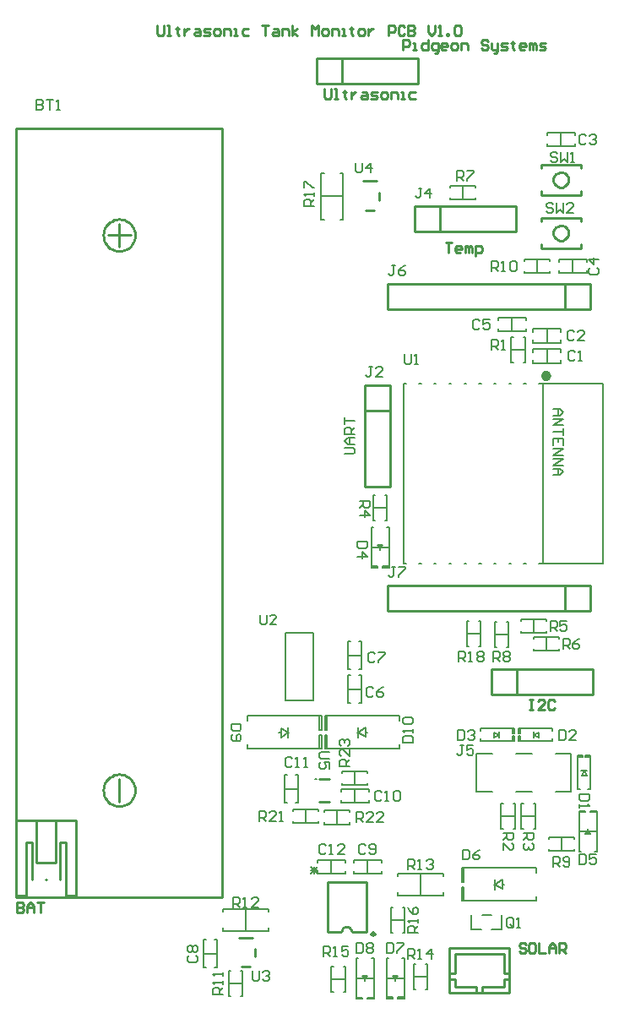
<source format=gto>
G04*
G04 #@! TF.GenerationSoftware,Altium Limited,Altium Designer,22.2.1 (43)*
G04*
G04 Layer_Color=65535*
%FSLAX25Y25*%
%MOIN*%
G70*
G04*
G04 #@! TF.SameCoordinates,7FF29AC8-F327-4267-8616-DCF866A2A884*
G04*
G04*
G04 #@! TF.FilePolarity,Positive*
G04*
G01*
G75*
%ADD10C,0.01000*%
%ADD11C,0.01968*%
%ADD12C,0.01181*%
%ADD13C,0.00591*%
%ADD14C,0.00591*%
%ADD15C,0.00787*%
%ADD16C,0.00600*%
%ADD17R,0.00787X0.01862*%
%ADD18R,0.00701X0.02000*%
%ADD19R,0.01862X0.00787*%
%ADD20R,0.02000X0.00701*%
D10*
X51300Y303150D02*
X51222Y304135D01*
X50992Y305097D01*
X50613Y306010D01*
X50097Y306853D01*
X49455Y307605D01*
X48703Y308247D01*
X47860Y308763D01*
X46947Y309142D01*
X45985Y309372D01*
X45000Y309450D01*
X44014Y309372D01*
X43053Y309142D01*
X42140Y308763D01*
X41297Y308247D01*
X40545Y307605D01*
X39903Y306853D01*
X39387Y306010D01*
X39008Y305097D01*
X38778Y304135D01*
X38700Y303150D01*
X38778Y302165D01*
X39008Y301203D01*
X39387Y300290D01*
X39903Y299447D01*
X40545Y298695D01*
X41297Y298053D01*
X42140Y297537D01*
X43053Y297158D01*
X44014Y296928D01*
X45000Y296850D01*
X45985Y296928D01*
X46947Y297158D01*
X47860Y297537D01*
X48703Y298053D01*
X49455Y298695D01*
X50097Y299447D01*
X50613Y300290D01*
X50992Y301203D01*
X51222Y302165D01*
X51300Y303150D01*
Y84150D02*
X51222Y85136D01*
X50992Y86097D01*
X50613Y87010D01*
X50097Y87853D01*
X49455Y88605D01*
X48703Y89247D01*
X47860Y89763D01*
X46947Y90142D01*
X45985Y90372D01*
X45000Y90450D01*
X44014Y90372D01*
X43053Y90142D01*
X42140Y89763D01*
X41297Y89247D01*
X40545Y88605D01*
X39903Y87853D01*
X39387Y87010D01*
X39008Y86097D01*
X38778Y85136D01*
X38700Y84150D01*
X38778Y83165D01*
X39008Y82203D01*
X39387Y81290D01*
X39903Y80447D01*
X40545Y79695D01*
X41297Y79053D01*
X42140Y78537D01*
X43053Y78158D01*
X44014Y77928D01*
X45000Y77850D01*
X45985Y77928D01*
X46947Y78158D01*
X47860Y78537D01*
X48703Y79053D01*
X49455Y79695D01*
X50097Y80447D01*
X50613Y81290D01*
X50992Y82203D01*
X51222Y83165D01*
X51300Y84150D01*
X136901Y28160D02*
X136687Y29093D01*
X136090Y29841D01*
X135228Y30255D01*
X134271Y30255D01*
X133409Y29839D01*
X132813Y29091D01*
X132601Y28158D01*
X222338Y325000D02*
X222176Y325974D01*
X221705Y326842D01*
X220979Y327511D01*
X220075Y327908D01*
X219090Y327989D01*
X218133Y327747D01*
X217306Y327207D01*
X216700Y326428D01*
X216379Y325494D01*
Y324506D01*
X216700Y323572D01*
X217306Y322793D01*
X218133Y322252D01*
X219090Y322010D01*
X220075Y322092D01*
X220979Y322488D01*
X221705Y323157D01*
X222176Y324026D01*
X222338Y325000D01*
Y304000D02*
X222176Y304974D01*
X221705Y305842D01*
X220979Y306511D01*
X220075Y306908D01*
X219090Y306989D01*
X218133Y306747D01*
X217306Y306207D01*
X216700Y305428D01*
X216379Y304493D01*
Y303506D01*
X216700Y302572D01*
X217306Y301793D01*
X218133Y301252D01*
X219090Y301010D01*
X220075Y301092D01*
X220979Y301488D01*
X221705Y302157D01*
X222176Y303026D01*
X222338Y304000D01*
X175500Y12000D02*
X177500D01*
Y19500D01*
X197000D01*
Y12000D02*
Y19500D01*
Y12000D02*
X198500D01*
X196811Y9500D02*
X198811D01*
X196811Y6500D02*
Y9500D01*
X188311Y6500D02*
X196811D01*
X188311Y4500D02*
Y6500D01*
X175500Y9500D02*
X177500D01*
Y6500D02*
Y9500D01*
Y6500D02*
X186000D01*
Y4500D02*
Y6500D01*
X175189Y22024D02*
X198811D01*
Y4307D02*
Y22024D01*
X175189Y4307D02*
X198811D01*
X175189D02*
Y22024D01*
X133093Y373000D02*
X163000D01*
Y363000D02*
Y373000D01*
X123000Y363000D02*
X163000D01*
X123000D02*
Y373000D01*
X133093D01*
Y363000D02*
Y373000D01*
X45000Y298650D02*
Y307650D01*
X40500Y303150D02*
X49500D01*
X45000Y79650D02*
Y88650D01*
X4250Y345400D02*
X85750D01*
Y41900D02*
Y345400D01*
X4250Y41900D02*
X85750D01*
X4250D02*
Y345400D01*
X202093Y122000D02*
Y132000D01*
X192000D02*
X202093D01*
X192000Y122000D02*
Y132000D01*
Y122000D02*
X232000D01*
Y132000D01*
X202093D02*
X232000D01*
X151000Y274000D02*
Y284000D01*
X231000Y274000D02*
Y284000D01*
X151000D02*
X231000D01*
X151000Y274000D02*
X231000D01*
X220907D02*
Y284000D01*
X151000Y155000D02*
Y165000D01*
X231000Y155000D02*
Y165000D01*
X151000D02*
X231000D01*
X151000Y155000D02*
X231000D01*
X220907D02*
Y165000D01*
X136901Y28158D02*
X142678D01*
X127324D02*
X132601D01*
X127324D02*
Y47843D01*
X142678Y28158D02*
Y47843D01*
X127324D02*
X142678D01*
X23863Y48787D02*
X23937D01*
X15989D02*
X16137D01*
X8189D02*
X8263D01*
X20000Y55480D02*
Y72016D01*
X12126Y55480D02*
X20000D01*
X12126D02*
Y72409D01*
X23937Y48787D02*
Y63748D01*
X21575D02*
X23937D01*
X21575Y48787D02*
Y63748D01*
X10551Y48787D02*
Y63748D01*
X8189D02*
X10551D01*
X8189Y48787D02*
Y63748D01*
X23937Y42488D02*
Y48787D01*
Y42488D02*
X27874D01*
X8189Y42488D02*
Y48787D01*
X4252Y42488D02*
X8189D01*
X27874D02*
Y72248D01*
X4252Y42488D02*
Y72409D01*
X27874D01*
X152000Y204000D02*
Y233907D01*
X142000Y204000D02*
X152000D01*
X142000D02*
Y244000D01*
X152000D01*
Y233907D02*
Y244000D01*
X142000Y233907D02*
X152000D01*
X171593Y314500D02*
X201500D01*
Y304500D02*
Y314500D01*
X161500Y304500D02*
X201500D01*
X161500D02*
Y314500D01*
X171593D01*
Y304500D02*
Y314500D01*
X98500Y18500D02*
Y21500D01*
X93337Y14500D02*
X96663D01*
X92250Y26000D02*
X97750Y26000D01*
X124000Y88500D02*
X128000D01*
X124000Y79500D02*
X128000D01*
X141250Y324500D02*
X146750Y324500D01*
X142337Y313000D02*
X145663D01*
X147500Y317000D02*
Y320000D01*
X227212Y329453D02*
Y330905D01*
X211464D02*
X227212D01*
X211464Y319094D02*
Y320546D01*
Y319094D02*
X227212D01*
Y320546D01*
X211464Y329453D02*
Y330905D01*
X227212Y308453D02*
Y309905D01*
X211464D02*
X227212D01*
X211464Y298094D02*
Y299546D01*
Y298094D02*
X227212D01*
Y299546D01*
X211464Y308453D02*
Y309905D01*
X205440Y23312D02*
X204784Y23968D01*
X203473D01*
X202817Y23312D01*
Y22656D01*
X203473Y22000D01*
X204784D01*
X205440Y21344D01*
Y20688D01*
X204784Y20032D01*
X203473D01*
X202817Y20688D01*
X208720Y23968D02*
X207408D01*
X206752Y23312D01*
Y20688D01*
X207408Y20032D01*
X208720D01*
X209376Y20688D01*
Y23312D01*
X208720Y23968D01*
X210688D02*
Y20032D01*
X213312D01*
X214624D02*
Y22656D01*
X215936Y23968D01*
X217248Y22656D01*
Y20032D01*
Y22000D01*
X214624D01*
X218560Y20032D02*
Y23968D01*
X220527D01*
X221183Y23312D01*
Y22000D01*
X220527Y21344D01*
X218560D01*
X219871D02*
X221183Y20032D01*
X125961Y360968D02*
Y357688D01*
X126617Y357032D01*
X127929D01*
X128585Y357688D01*
Y360968D01*
X129897Y357032D02*
X131209D01*
X130553D01*
Y360968D01*
X129897D01*
X133833Y360312D02*
Y359656D01*
X133177D01*
X134489D01*
X133833D01*
Y357688D01*
X134489Y357032D01*
X136457Y359656D02*
Y357032D01*
Y358344D01*
X137112Y359000D01*
X137768Y359656D01*
X138424D01*
X141048D02*
X142360D01*
X143016Y359000D01*
Y357032D01*
X141048D01*
X140392Y357688D01*
X141048Y358344D01*
X143016D01*
X144328Y357032D02*
X146296D01*
X146952Y357688D01*
X146296Y358344D01*
X144984D01*
X144328Y359000D01*
X144984Y359656D01*
X146952D01*
X148920Y357032D02*
X150232D01*
X150888Y357688D01*
Y359000D01*
X150232Y359656D01*
X148920D01*
X148264Y359000D01*
Y357688D01*
X148920Y357032D01*
X152199D02*
Y359656D01*
X154167D01*
X154823Y359000D01*
Y357032D01*
X156135D02*
X157447D01*
X156791D01*
Y359656D01*
X156135D01*
X162039D02*
X160071D01*
X159415Y359000D01*
Y357688D01*
X160071Y357032D01*
X162039D01*
X157000Y376312D02*
Y380248D01*
X158968D01*
X159624Y379592D01*
Y378280D01*
X158968Y377624D01*
X157000D01*
X160936Y376312D02*
X162248D01*
X161592D01*
Y378936D01*
X160936D01*
X166839Y380248D02*
Y376312D01*
X164872D01*
X164216Y376968D01*
Y378280D01*
X164872Y378936D01*
X166839D01*
X169463Y375000D02*
X170119D01*
X170775Y375656D01*
Y378936D01*
X168807D01*
X168151Y378280D01*
Y376968D01*
X168807Y376312D01*
X170775D01*
X174055D02*
X172743D01*
X172087Y376968D01*
Y378280D01*
X172743Y378936D01*
X174055D01*
X174711Y378280D01*
Y377624D01*
X172087D01*
X176679Y376312D02*
X177991D01*
X178647Y376968D01*
Y378280D01*
X177991Y378936D01*
X176679D01*
X176023Y378280D01*
Y376968D01*
X176679Y376312D01*
X179958D02*
Y378936D01*
X181926D01*
X182582Y378280D01*
Y376312D01*
X190454Y379592D02*
X189798Y380248D01*
X188486D01*
X187830Y379592D01*
Y378936D01*
X188486Y378280D01*
X189798D01*
X190454Y377624D01*
Y376968D01*
X189798Y376312D01*
X188486D01*
X187830Y376968D01*
X191766Y378936D02*
Y376968D01*
X192422Y376312D01*
X194389D01*
Y375656D01*
X193734Y375000D01*
X193078D01*
X194389Y376312D02*
Y378936D01*
X195701Y376312D02*
X197669D01*
X198325Y376968D01*
X197669Y377624D01*
X196357D01*
X195701Y378280D01*
X196357Y378936D01*
X198325D01*
X200293Y379592D02*
Y378936D01*
X199637D01*
X200949D01*
X200293D01*
Y376968D01*
X200949Y376312D01*
X204885D02*
X203573D01*
X202917Y376968D01*
Y378280D01*
X203573Y378936D01*
X204885D01*
X205541Y378280D01*
Y377624D01*
X202917D01*
X206853Y376312D02*
Y378936D01*
X207509D01*
X208165Y378280D01*
Y376312D01*
Y378280D01*
X208821Y378936D01*
X209476Y378280D01*
Y376312D01*
X210788D02*
X212756D01*
X213412Y376968D01*
X212756Y377624D01*
X211444D01*
X210788Y378280D01*
X211444Y378936D01*
X213412D01*
X60000Y385936D02*
Y382656D01*
X60656Y382000D01*
X61968D01*
X62624Y382656D01*
Y385936D01*
X63936Y382000D02*
X65248D01*
X64592D01*
Y385936D01*
X63936D01*
X67871Y385280D02*
Y384624D01*
X67216D01*
X68527D01*
X67871D01*
Y382656D01*
X68527Y382000D01*
X70495Y384624D02*
Y382000D01*
Y383312D01*
X71151Y383968D01*
X71807Y384624D01*
X72463D01*
X75087D02*
X76399D01*
X77055Y383968D01*
Y382000D01*
X75087D01*
X74431Y382656D01*
X75087Y383312D01*
X77055D01*
X78367Y382000D02*
X80335D01*
X80991Y382656D01*
X80335Y383312D01*
X79023D01*
X78367Y383968D01*
X79023Y384624D01*
X80991D01*
X82959Y382000D02*
X84270D01*
X84926Y382656D01*
Y383968D01*
X84270Y384624D01*
X82959D01*
X82302Y383968D01*
Y382656D01*
X82959Y382000D01*
X86238D02*
Y384624D01*
X88206D01*
X88862Y383968D01*
Y382000D01*
X90174D02*
X91486D01*
X90830D01*
Y384624D01*
X90174D01*
X96078D02*
X94110D01*
X93454Y383968D01*
Y382656D01*
X94110Y382000D01*
X96078D01*
X101325Y385936D02*
X103949D01*
X102637D01*
Y382000D01*
X105917Y384624D02*
X107229D01*
X107885Y383968D01*
Y382000D01*
X105917D01*
X105261Y382656D01*
X105917Y383312D01*
X107885D01*
X109197Y382000D02*
Y384624D01*
X111165D01*
X111821Y383968D01*
Y382000D01*
X113133D02*
Y385936D01*
Y383312D02*
X115100Y384624D01*
X113133Y383312D02*
X115100Y382000D01*
X121004D02*
Y385936D01*
X122316Y384624D01*
X123628Y385936D01*
Y382000D01*
X125596D02*
X126908D01*
X127564Y382656D01*
Y383968D01*
X126908Y384624D01*
X125596D01*
X124940Y383968D01*
Y382656D01*
X125596Y382000D01*
X128875D02*
Y384624D01*
X130843D01*
X131499Y383968D01*
Y382000D01*
X132811D02*
X134123D01*
X133467D01*
Y384624D01*
X132811D01*
X136747Y385280D02*
Y384624D01*
X136091D01*
X137403D01*
X136747D01*
Y382656D01*
X137403Y382000D01*
X140027D02*
X141339D01*
X141995Y382656D01*
Y383968D01*
X141339Y384624D01*
X140027D01*
X139371Y383968D01*
Y382656D01*
X140027Y382000D01*
X143307Y384624D02*
Y382000D01*
Y383312D01*
X143962Y383968D01*
X144618Y384624D01*
X145274D01*
X151178Y382000D02*
Y385936D01*
X153146D01*
X153802Y385280D01*
Y383968D01*
X153146Y383312D01*
X151178D01*
X157738Y385280D02*
X157082Y385936D01*
X155770D01*
X155114Y385280D01*
Y382656D01*
X155770Y382000D01*
X157082D01*
X157738Y382656D01*
X159049Y385936D02*
Y382000D01*
X161017D01*
X161673Y382656D01*
Y383312D01*
X161017Y383968D01*
X159049D01*
X161017D01*
X161673Y384624D01*
Y385280D01*
X161017Y385936D01*
X159049D01*
X166921D02*
Y383312D01*
X168233Y382000D01*
X169545Y383312D01*
Y385936D01*
X170857Y382000D02*
X172169D01*
X171513D01*
Y385936D01*
X170857Y385280D01*
X174136Y382000D02*
Y382656D01*
X174792D01*
Y382000D01*
X174136D01*
X177416Y385280D02*
X178072Y385936D01*
X179384D01*
X180040Y385280D01*
Y382656D01*
X179384Y382000D01*
X178072D01*
X177416Y382656D01*
Y385280D01*
X4752Y39968D02*
Y36032D01*
X6720D01*
X7376Y36688D01*
Y37344D01*
X6720Y38000D01*
X4752D01*
X6720D01*
X7376Y38656D01*
Y39312D01*
X6720Y39968D01*
X4752D01*
X8688Y36032D02*
Y38656D01*
X10000Y39968D01*
X11312Y38656D01*
Y36032D01*
Y38000D01*
X8688D01*
X12624Y39968D02*
X15248D01*
X13936D01*
Y36032D01*
X207080Y119968D02*
X208392D01*
X207736D01*
Y116032D01*
X207080D01*
X208392D01*
X212984D02*
X210360D01*
X212984Y118656D01*
Y119312D01*
X212328Y119968D01*
X211016D01*
X210360Y119312D01*
X216920D02*
X216264Y119968D01*
X214952D01*
X214296Y119312D01*
Y116688D01*
X214952Y116032D01*
X216264D01*
X216920Y116688D01*
X173784Y300124D02*
X176408D01*
X175096D01*
Y296188D01*
X179688D02*
X178376D01*
X177720Y296844D01*
Y298156D01*
X178376Y298812D01*
X179688D01*
X180344Y298156D01*
Y297500D01*
X177720D01*
X181656Y296188D02*
Y298812D01*
X182312D01*
X182968Y298156D01*
Y296188D01*
Y298156D01*
X183624Y298812D01*
X184280Y298156D01*
Y296188D01*
X185592Y294876D02*
Y298812D01*
X187560D01*
X188215Y298156D01*
Y296844D01*
X187560Y296188D01*
X185592D01*
D11*
X214440Y247610D02*
X213948Y248462D01*
X212964D01*
X212472Y247610D01*
X212964Y246758D01*
X213948D01*
X214440Y247610D01*
D12*
X144601Y27400D02*
X145194Y26815D01*
X145782Y27405D01*
X145194Y27996D01*
X144601Y27410D01*
D13*
X122948Y88724D02*
X122358D01*
X122948D01*
X185984Y83764D02*
X192171D01*
X185984D02*
Y98724D01*
X201450Y83764D02*
X207919D01*
X217198Y98724D02*
X223385D01*
Y83764D02*
Y98724D01*
X217198Y83764D02*
X223385D01*
X201450Y98724D02*
X207919D01*
X185984D02*
X192171D01*
D14*
X230000Y68000D02*
X231000Y67000D01*
X229000D02*
X230000Y68000D01*
X229000Y67000D02*
X231000D01*
X230000Y68000D02*
Y69000D01*
X226457Y68000D02*
X233543D01*
X231000Y75500D02*
X233543D01*
Y60000D02*
Y75500D01*
X232756Y60000D02*
X233543D01*
X226457Y75500D02*
X229000D01*
X226457Y60000D02*
Y75500D01*
Y60000D02*
X227244D01*
X231000Y75500D02*
Y76000D01*
X233543D01*
Y75500D02*
Y76000D01*
X226457Y75500D02*
Y76000D01*
X229000D01*
Y75500D02*
Y76000D01*
X224480Y65000D02*
Y65756D01*
X214480D02*
X224480D01*
X214480Y65000D02*
Y65756D01*
Y60244D02*
Y61000D01*
Y60244D02*
X224480D01*
Y61000D01*
X219480Y60244D02*
Y65756D01*
X208480Y69000D02*
X209236D01*
Y79000D01*
X208480D02*
X209236D01*
X203725D02*
X204480D01*
X203725Y69000D02*
Y79000D01*
Y69000D02*
X204480D01*
X203725Y74000D02*
X209236D01*
X200480Y69000D02*
X201236D01*
Y79000D01*
X200480D02*
X201236D01*
X195724D02*
X196480D01*
X195724Y69000D02*
Y79000D01*
Y69000D02*
X196480D01*
X195724Y74000D02*
X201236D01*
X187724Y103500D02*
Y104500D01*
Y103500D02*
X200524D01*
X200323D02*
Y105500D01*
X201024D01*
Y103500D02*
Y105500D01*
X200323Y103500D02*
X201024D01*
X200323Y108500D02*
X201024D01*
Y106500D02*
Y108500D01*
X200323Y106500D02*
X201024D01*
X200323D02*
Y108500D01*
X187724D02*
X200524D01*
X187724Y107500D02*
Y108500D01*
X215780Y107500D02*
Y108500D01*
X202980D02*
X215780D01*
X203181Y106500D02*
Y108500D01*
X202480Y106500D02*
X203181D01*
X202480D02*
Y108500D01*
X203181D01*
X202480Y103500D02*
X203181D01*
X202480D02*
Y105500D01*
X203181D01*
Y103500D02*
Y105500D01*
X202980Y103500D02*
X215780D01*
Y104500D01*
X229980Y84701D02*
X230980D01*
Y97500D01*
X228980Y97299D02*
X230980D01*
X228980D02*
Y98000D01*
X230980D01*
Y97299D02*
Y98000D01*
X225980Y97299D02*
Y98000D01*
X227980D01*
Y97299D02*
Y98000D01*
X225980Y97299D02*
X227980D01*
X225980Y84701D02*
Y97500D01*
Y84701D02*
X226980D01*
X200000Y265244D02*
Y270756D01*
X194488Y269575D02*
Y270756D01*
X205512D01*
Y269575D02*
Y270756D01*
Y265244D02*
Y266425D01*
X194488Y265244D02*
X205512D01*
X194488D02*
Y266425D01*
X203441Y146244D02*
Y147000D01*
Y146244D02*
X213441D01*
Y147000D01*
Y151000D02*
Y151756D01*
X203441D02*
X213441D01*
X203441Y151000D02*
Y151756D01*
X208441Y146244D02*
Y151756D01*
X218441Y144000D02*
Y144756D01*
X208441D02*
X218441D01*
X208441Y144000D02*
Y144756D01*
Y139244D02*
Y140000D01*
Y139244D02*
X218441D01*
Y140000D01*
X213441Y139244D02*
Y144756D01*
X145244Y195559D02*
X150756D01*
X145244Y190559D02*
X146000D01*
X145244D02*
Y200559D01*
X146000D01*
X150000D02*
X150756D01*
Y190559D02*
Y200559D01*
X150000Y190559D02*
X150756D01*
X147000Y181000D02*
X148000Y180000D01*
X149000Y181000D01*
X147000D02*
X149000D01*
X148000Y179000D02*
Y180000D01*
X144457D02*
X151543D01*
X144457Y172500D02*
X147000D01*
X144457D02*
Y188000D01*
X145244D01*
X149000Y172500D02*
X151543D01*
Y188000D01*
X150756D02*
X151543D01*
X147000Y172000D02*
Y172500D01*
X144457Y172000D02*
X147000D01*
X144457D02*
Y172500D01*
X151543Y172000D02*
Y172500D01*
X149000Y172000D02*
X151543D01*
X149000D02*
Y172500D01*
X219354Y257075D02*
Y258256D01*
X208331D02*
X219354D01*
X208331Y257075D02*
Y258256D01*
Y252744D02*
Y253925D01*
Y252744D02*
X219354D01*
Y253925D01*
X213843Y252744D02*
Y258256D01*
X193244Y145559D02*
X198756D01*
X198000Y150559D02*
X198756D01*
Y140559D02*
Y150559D01*
X198000Y140559D02*
X198756D01*
X193244D02*
X194000D01*
X193244D02*
Y150559D01*
X194000D01*
X182244Y151000D02*
X183000D01*
X182244Y141000D02*
Y151000D01*
Y141000D02*
X183000D01*
X187000D02*
X187756D01*
Y151000D01*
X187000D02*
X187756D01*
X182244Y146000D02*
X187756D01*
X199744Y258000D02*
X205256D01*
X199744Y253000D02*
X200500D01*
X199744D02*
Y263000D01*
X200500D01*
X204500D02*
X205256D01*
Y253000D02*
Y263000D01*
X204500Y253000D02*
X205256D01*
X219354Y265075D02*
Y266256D01*
X208331D02*
X219354D01*
X208331Y265075D02*
Y266256D01*
Y260744D02*
Y261925D01*
Y260744D02*
X219354D01*
Y261925D01*
X213843Y260744D02*
Y266256D01*
X143000Y51244D02*
Y56756D01*
X137488Y55575D02*
Y56756D01*
X148512D01*
Y55575D02*
Y56756D01*
Y51244D02*
Y52425D01*
X137488Y51244D02*
X148512D01*
X137488D02*
Y52425D01*
X78244Y19658D02*
X83756D01*
X78244Y14146D02*
X79425D01*
X78244D02*
Y25169D01*
X79425D01*
X82575D02*
X83756D01*
Y14146D02*
Y25169D01*
X82575Y14146D02*
X83756D01*
X157000Y28000D02*
X157756D01*
Y38000D01*
X157000D02*
X157756D01*
X152244D02*
X153000D01*
X152244Y28000D02*
Y38000D01*
Y28000D02*
X153000D01*
X152244Y33000D02*
X157756D01*
X128657Y51244D02*
Y56756D01*
X134169Y51244D02*
Y52425D01*
X123146Y51244D02*
X134169D01*
X123146D02*
Y52425D01*
Y55575D02*
Y56756D01*
X134169D01*
Y55575D02*
Y56756D01*
X133500Y4500D02*
X134256D01*
Y14500D01*
X133500D02*
X134256D01*
X128744D02*
X129500D01*
X128744Y4500D02*
Y14500D01*
Y4500D02*
X129500D01*
X128744Y9500D02*
X134256D01*
X88244Y13000D02*
X89000D01*
X88244Y3000D02*
Y13000D01*
Y3000D02*
X89000D01*
X93000D02*
X93756D01*
Y13000D01*
X93000D02*
X93756D01*
X88244Y8000D02*
X93756D01*
X205000Y288244D02*
Y289000D01*
Y288244D02*
X215000D01*
Y289000D01*
Y293000D02*
Y293756D01*
X205000D02*
X215000D01*
X205000Y293000D02*
Y293756D01*
X210000Y288244D02*
Y293756D01*
X175500Y317244D02*
Y318000D01*
Y317244D02*
X185500D01*
Y318000D01*
Y322000D02*
Y322756D01*
X175500D02*
X185500D01*
X175500Y322000D02*
Y322756D01*
X180500Y317244D02*
Y322756D01*
X135244Y137343D02*
X140756D01*
X135244Y131831D02*
X136425D01*
X135244D02*
Y142854D01*
X136425D01*
X139575D02*
X140756D01*
Y131831D02*
Y142854D01*
X139575Y131831D02*
X140756D01*
X135244Y124000D02*
X140756D01*
X139575Y129512D02*
X140756D01*
Y118488D02*
Y129512D01*
X139575Y118488D02*
X140756D01*
X135244D02*
X136425D01*
X135244D02*
Y129512D01*
X136425D01*
X131000Y70744D02*
Y76256D01*
X136000Y70744D02*
Y71500D01*
X126000Y70744D02*
X136000D01*
X126000D02*
Y71500D01*
Y75500D02*
Y76256D01*
X136000D01*
Y75500D02*
Y76256D01*
X138000Y79244D02*
Y84756D01*
X143512Y79244D02*
Y80425D01*
X132488Y79244D02*
X143512D01*
X132488D02*
Y80425D01*
Y83575D02*
Y84756D01*
X143512D01*
Y83575D02*
Y84756D01*
X118441Y71244D02*
Y76756D01*
X123441Y71244D02*
Y72000D01*
X113441Y71244D02*
X123441D01*
X113441D02*
Y72000D01*
Y76000D02*
Y76756D01*
X123441D01*
Y76000D02*
Y76756D01*
X138000Y86244D02*
Y91756D01*
X133000Y91000D02*
Y91756D01*
X143000D01*
Y91000D02*
Y91756D01*
Y86244D02*
Y87000D01*
X133000Y86244D02*
X143000D01*
X133000D02*
Y87000D01*
X141000Y10866D02*
X142000Y9866D01*
X143000Y10866D01*
X141000D02*
X143000D01*
X142000Y8866D02*
Y9866D01*
X143000Y1866D02*
Y2366D01*
Y1866D02*
X145543D01*
Y2366D01*
X138457Y1866D02*
Y2366D01*
Y1866D02*
X141000D01*
Y2366D01*
X144756Y17866D02*
X145543D01*
Y2366D02*
Y17866D01*
X143000Y2366D02*
X145543D01*
X138457Y17866D02*
X139244D01*
X138457Y2366D02*
Y17866D01*
Y2366D02*
X141000D01*
X138457Y9866D02*
X145543D01*
X166000Y5500D02*
X166756D01*
Y15500D01*
X166000D02*
X166756D01*
X161244D02*
X162000D01*
X161244Y5500D02*
Y15500D01*
Y5500D02*
X162000D01*
X161244Y10500D02*
X166756D01*
X153000Y11000D02*
X154000Y10000D01*
X155000Y11000D01*
X153000D02*
X155000D01*
X154000Y9000D02*
Y10000D01*
X150457D02*
X157543D01*
X150457Y2500D02*
X153000D01*
X150457D02*
Y18000D01*
X151244D01*
X155000Y2500D02*
X157543D01*
Y18000D01*
X156756D02*
X157543D01*
X153000Y2000D02*
Y2500D01*
X150457Y2000D02*
X153000D01*
X150457D02*
Y2500D01*
X157543Y2000D02*
Y2500D01*
X155000Y2000D02*
X157543D01*
X155000D02*
Y2500D01*
X110244Y90169D02*
X111425D01*
X110244Y79146D02*
Y90169D01*
Y79146D02*
X111425D01*
X114575D02*
X115756D01*
Y90169D01*
X114575D02*
X115756D01*
X110244Y84658D02*
X115756D01*
X219342Y338244D02*
Y343756D01*
X224854Y338244D02*
Y339425D01*
X213831Y338244D02*
X224854D01*
X213831D02*
Y339425D01*
Y342575D02*
Y343756D01*
X224854D01*
Y342575D02*
Y343756D01*
X224000Y288244D02*
Y293756D01*
X229512Y288244D02*
Y289425D01*
X218488Y288244D02*
X229512D01*
X218488D02*
Y289425D01*
Y292575D02*
Y293756D01*
X229512D01*
Y292575D02*
Y293756D01*
D15*
X192843Y105606D02*
Y106984D01*
X194811Y106000D01*
X192843Y105016D02*
X194811Y106000D01*
X192843Y105016D02*
Y105606D01*
X194811Y104819D02*
Y107181D01*
X210662Y105016D02*
Y106394D01*
X208693Y106000D02*
X210662Y105016D01*
X208693Y106000D02*
X210662Y106984D01*
Y106394D02*
Y106984D01*
X208693Y104819D02*
Y107181D01*
X227496Y89819D02*
X228874D01*
X227496D02*
X228480Y91787D01*
X229465Y89819D01*
X228874D02*
X229465D01*
X227299Y91787D02*
X229661D01*
X210654Y173677D02*
X236032D01*
Y244543D01*
X210654D02*
X236032D01*
X212409Y173677D02*
Y244543D01*
X157291D02*
X158259D01*
X163410D02*
X164165D01*
X169315D02*
X170070D01*
X175221D02*
X175976D01*
X181126D02*
X181881D01*
X187032D02*
X187787D01*
X192938D02*
X193692D01*
X198843D02*
X199598D01*
X204749D02*
X205503D01*
X204749Y173677D02*
X205503D01*
X198843D02*
X199598D01*
X192938D02*
X193692D01*
X187032D02*
X187787D01*
X181126D02*
X181881D01*
X175221D02*
X175976D01*
X169315D02*
X170070D01*
X163410D02*
X164165D01*
X157291D02*
Y244543D01*
Y173677D02*
X158259D01*
X124669Y318500D02*
X133331D01*
X132150Y309445D02*
X133331D01*
Y327555D01*
X132150D02*
X133331D01*
X124669D02*
X125850D01*
X124669Y309445D02*
Y327555D01*
Y309445D02*
X125850D01*
X180236Y40500D02*
X209500D01*
Y42374D01*
X180236Y40500D02*
Y46000D01*
X209500Y51626D02*
Y53500D01*
X180236Y46000D02*
X181000D01*
Y40500D02*
Y46000D01*
Y48000D02*
Y53500D01*
X180236Y48000D02*
X181000D01*
X180236Y53500D02*
X209500D01*
X180236Y48000D02*
Y53500D01*
X193425Y45031D02*
Y48968D01*
Y47000D02*
X196181Y45425D01*
X193425Y47000D02*
X196181Y48968D01*
Y45425D02*
Y48968D01*
X193032Y47000D02*
X193425D01*
X196181D02*
X196968D01*
X173055Y42669D02*
Y43850D01*
X154945Y42669D02*
X173055D01*
X154945D02*
Y43850D01*
Y50150D02*
Y51331D01*
X173055D01*
Y50150D02*
Y51331D01*
X164000Y42669D02*
Y51331D01*
X95000Y28669D02*
Y37331D01*
X104055Y36150D02*
Y37331D01*
X85945D02*
X104055D01*
X85945Y36150D02*
Y37331D01*
Y28669D02*
Y29850D01*
Y28669D02*
X104055D01*
Y29850D01*
X108031Y107000D02*
X108819D01*
X111575D02*
X111969D01*
X108819Y105032D02*
Y108575D01*
Y105032D02*
X111575Y107000D01*
X108819Y108575D02*
X111575Y107000D01*
Y105032D02*
Y108968D01*
X124764Y100500D02*
Y106000D01*
X95500Y100500D02*
X124764D01*
X124000Y106000D02*
X124764D01*
X124000Y100500D02*
Y106000D01*
Y108000D02*
Y113500D01*
Y108000D02*
X124764D01*
X95500Y100500D02*
Y102374D01*
X124764Y108000D02*
Y113500D01*
X95500Y111626D02*
Y113500D01*
X124764D01*
X142181Y107000D02*
X142968D01*
X139032D02*
X139425D01*
X142181Y105425D02*
Y108968D01*
X139425Y107000D02*
X142181Y108968D01*
X139425Y107000D02*
X142181Y105425D01*
X139425Y105032D02*
Y108968D01*
X126236Y108000D02*
Y113500D01*
X155500D01*
X126236Y108000D02*
X127000D01*
Y113500D01*
Y100500D02*
Y106000D01*
X126236D02*
X127000D01*
X155500Y111626D02*
Y113500D01*
X126236Y100500D02*
Y106000D01*
X155500Y100500D02*
Y102374D01*
X126236Y100500D02*
X155500D01*
X216271Y234714D02*
X218895D01*
X220206Y233402D01*
X218895Y232090D01*
X216271D01*
X218239D01*
Y234714D01*
X216271Y230778D02*
X220206D01*
X216271Y228154D01*
X220206D01*
Y226842D02*
Y224219D01*
Y225530D01*
X216271D01*
X220206Y220283D02*
Y222907D01*
X216271D01*
Y220283D01*
X218239Y222907D02*
Y221595D01*
X216271Y218971D02*
X220206D01*
X216271Y216347D01*
X220206D01*
X216271Y215035D02*
X220206D01*
X216271Y212411D01*
X220206D01*
X216271Y211099D02*
X218895D01*
X220206Y209787D01*
X218895Y208475D01*
X216271D01*
X218239D01*
Y211099D01*
X153924Y172236D02*
X152612D01*
X153268D01*
Y168956D01*
X152612Y168300D01*
X151956D01*
X151300Y168956D01*
X155236Y172236D02*
X157860D01*
Y171580D01*
X155236Y168956D01*
Y168300D01*
X153924Y291236D02*
X152612D01*
X153268D01*
Y287956D01*
X152612Y287300D01*
X151956D01*
X151300Y287956D01*
X157860Y291236D02*
X156548Y290580D01*
X155236Y289268D01*
Y287956D01*
X155892Y287300D01*
X157204D01*
X157860Y287956D01*
Y288612D01*
X157204Y289268D01*
X155236D01*
X127968Y99280D02*
X124688D01*
X124032Y98624D01*
Y97312D01*
X124688Y96656D01*
X127968D01*
Y92720D02*
Y95344D01*
X126000D01*
X126656Y94032D01*
Y93376D01*
X126000Y92720D01*
X124688D01*
X124032Y93376D01*
Y94688D01*
X124688Y95344D01*
X138300Y331736D02*
Y328456D01*
X138956Y327800D01*
X140268D01*
X140924Y328456D01*
Y331736D01*
X144204Y327800D02*
Y331736D01*
X142236Y329768D01*
X144860D01*
X135968Y93752D02*
X132032D01*
Y95720D01*
X132688Y96376D01*
X134000D01*
X134656Y95720D01*
Y93752D01*
Y95064D02*
X135968Y96376D01*
Y100312D02*
Y97688D01*
X133344Y100312D01*
X132688D01*
X132032Y99656D01*
Y98344D01*
X132688Y97688D01*
Y101624D02*
X132032Y102280D01*
Y103592D01*
X132688Y104248D01*
X133344D01*
X134000Y103592D01*
Y102936D01*
Y103592D01*
X134656Y104248D01*
X135312D01*
X135968Y103592D01*
Y102280D01*
X135312Y101624D01*
X138752Y71532D02*
Y75468D01*
X140720D01*
X141376Y74812D01*
Y73500D01*
X140720Y72844D01*
X138752D01*
X140064D02*
X141376Y71532D01*
X145312D02*
X142688D01*
X145312Y74156D01*
Y74812D01*
X144656Y75468D01*
X143344D01*
X142688Y74812D01*
X149248Y71532D02*
X146624D01*
X149248Y74156D01*
Y74812D01*
X148592Y75468D01*
X147280D01*
X146624Y74812D01*
X100408Y72032D02*
Y75968D01*
X102376D01*
X103032Y75312D01*
Y74000D01*
X102376Y73344D01*
X100408D01*
X101720D02*
X103032Y72032D01*
X106968D02*
X104344D01*
X106968Y74656D01*
Y75312D01*
X106312Y75968D01*
X105000D01*
X104344Y75312D01*
X108280Y72032D02*
X109592D01*
X108936D01*
Y75968D01*
X108280Y75312D01*
X179080Y135032D02*
Y138968D01*
X181048D01*
X181704Y138312D01*
Y137000D01*
X181048Y136344D01*
X179080D01*
X180392D02*
X181704Y135032D01*
X183016D02*
X184328D01*
X183672D01*
Y138968D01*
X183016Y138312D01*
X186296D02*
X186952Y138968D01*
X188264D01*
X188920Y138312D01*
Y137656D01*
X188264Y137000D01*
X188920Y136344D01*
Y135688D01*
X188264Y135032D01*
X186952D01*
X186296Y135688D01*
Y136344D01*
X186952Y137000D01*
X186296Y137656D01*
Y138312D01*
X186952Y137000D02*
X188264D01*
X121968Y314580D02*
X118032D01*
Y316548D01*
X118688Y317204D01*
X120000D01*
X120656Y316548D01*
Y314580D01*
Y315892D02*
X121968Y317204D01*
Y318516D02*
Y319828D01*
Y319172D01*
X118032D01*
X118688Y318516D01*
X118032Y321796D02*
Y324420D01*
X118688D01*
X121312Y321796D01*
X121968D01*
X157032Y103080D02*
X160968D01*
Y105048D01*
X160312Y105704D01*
X157688D01*
X157032Y105048D01*
Y103080D01*
X160968Y107016D02*
Y108328D01*
Y107672D01*
X157032D01*
X157688Y107016D01*
Y110296D02*
X157032Y110952D01*
Y112264D01*
X157688Y112920D01*
X160312D01*
X160968Y112264D01*
Y110952D01*
X160312Y110296D01*
X157688D01*
X93094Y110280D02*
X89158D01*
Y108312D01*
X89814Y107656D01*
X92438D01*
X93094Y108312D01*
Y110280D01*
X89814Y106344D02*
X89158Y105688D01*
Y104376D01*
X89814Y103720D01*
X92438D01*
X93094Y104376D01*
Y105688D01*
X92438Y106344D01*
X91782D01*
X91126Y105688D01*
Y103720D01*
X126704Y62312D02*
X126048Y62968D01*
X124736D01*
X124080Y62312D01*
Y59688D01*
X124736Y59032D01*
X126048D01*
X126704Y59688D01*
X128016Y59032D02*
X129328D01*
X128672D01*
Y62968D01*
X128016Y62312D01*
X133920Y59032D02*
X131296D01*
X133920Y61656D01*
Y62312D01*
X133264Y62968D01*
X131952D01*
X131296Y62312D01*
X113324Y96580D02*
X112668Y97236D01*
X111356D01*
X110700Y96580D01*
Y93956D01*
X111356Y93300D01*
X112668D01*
X113324Y93956D01*
X114636Y93300D02*
X115948D01*
X115292D01*
Y97236D01*
X114636Y96580D01*
X117915Y93300D02*
X119227D01*
X118571D01*
Y97236D01*
X117915Y96580D01*
X162968Y28080D02*
X159032D01*
Y30048D01*
X159688Y30704D01*
X161000D01*
X161656Y30048D01*
Y28080D01*
Y29392D02*
X162968Y30704D01*
Y32016D02*
Y33328D01*
Y32672D01*
X159032D01*
X159688Y32016D01*
X159032Y37920D02*
X159688Y36608D01*
X161000Y35296D01*
X162312D01*
X162968Y35952D01*
Y37264D01*
X162312Y37920D01*
X161656D01*
X161000Y37264D01*
Y35296D01*
X125580Y18532D02*
Y22468D01*
X127548D01*
X128204Y21812D01*
Y20500D01*
X127548Y19844D01*
X125580D01*
X126892D02*
X128204Y18532D01*
X129516D02*
X130828D01*
X130172D01*
Y22468D01*
X129516Y21812D01*
X135420Y22468D02*
X132796D01*
Y20500D01*
X134108Y21156D01*
X134764D01*
X135420Y20500D01*
Y19188D01*
X134764Y18532D01*
X133452D01*
X132796Y19188D01*
X159080Y17532D02*
Y21468D01*
X161048D01*
X161704Y20812D01*
Y19500D01*
X161048Y18844D01*
X159080D01*
X160392D02*
X161704Y17532D01*
X163016D02*
X164328D01*
X163672D01*
Y21468D01*
X163016Y20812D01*
X168264Y17532D02*
Y21468D01*
X166296Y19500D01*
X168920D01*
X159080Y53032D02*
Y56968D01*
X161048D01*
X161704Y56312D01*
Y55000D01*
X161048Y54344D01*
X159080D01*
X160392D02*
X161704Y53032D01*
X163016D02*
X164328D01*
X163672D01*
Y56968D01*
X163016Y56312D01*
X166296D02*
X166952Y56968D01*
X168264D01*
X168920Y56312D01*
Y55656D01*
X168264Y55000D01*
X167608D01*
X168264D01*
X168920Y54344D01*
Y53688D01*
X168264Y53032D01*
X166952D01*
X166296Y53688D01*
X138720Y23968D02*
Y20032D01*
X140688D01*
X141344Y20688D01*
Y23312D01*
X140688Y23968D01*
X138720D01*
X142656Y23312D02*
X143312Y23968D01*
X144624D01*
X145280Y23312D01*
Y22656D01*
X144624Y22000D01*
X145280Y21344D01*
Y20688D01*
X144624Y20032D01*
X143312D01*
X142656Y20688D01*
Y21344D01*
X143312Y22000D01*
X142656Y22656D01*
Y23312D01*
X143312Y22000D02*
X144624D01*
X150720Y23968D02*
Y20032D01*
X152688D01*
X153344Y20688D01*
Y23312D01*
X152688Y23968D01*
X150720D01*
X154656D02*
X157280D01*
Y23312D01*
X154656Y20688D01*
Y20032D01*
X148704Y83312D02*
X148048Y83968D01*
X146736D01*
X146080Y83312D01*
Y80688D01*
X146736Y80032D01*
X148048D01*
X148704Y80688D01*
X150016Y80032D02*
X151328D01*
X150672D01*
Y83968D01*
X150016Y83312D01*
X153296D02*
X153952Y83968D01*
X155264D01*
X155920Y83312D01*
Y80688D01*
X155264Y80032D01*
X153952D01*
X153296Y80688D01*
Y83312D01*
X142344Y62312D02*
X141688Y62968D01*
X140376D01*
X139720Y62312D01*
Y59688D01*
X140376Y59032D01*
X141688D01*
X142344Y59688D01*
X143656D02*
X144312Y59032D01*
X145624D01*
X146280Y59688D01*
Y62312D01*
X145624Y62968D01*
X144312D01*
X143656Y62312D01*
Y61656D01*
X144312Y61000D01*
X146280D01*
X120600Y53780D02*
X123224Y51156D01*
X120600D02*
X123224Y53780D01*
X120600Y52468D02*
X123224D01*
X121912Y51156D02*
Y53780D01*
X97720Y12968D02*
Y9688D01*
X98376Y9032D01*
X99688D01*
X100344Y9688D01*
Y12968D01*
X101656Y12312D02*
X102312Y12968D01*
X103624D01*
X104280Y12312D01*
Y11656D01*
X103624Y11000D01*
X102968D01*
X103624D01*
X104280Y10344D01*
Y9688D01*
X103624Y9032D01*
X102312D01*
X101656Y9688D01*
X100500Y153436D02*
Y150156D01*
X101156Y149500D01*
X102468D01*
X103124Y150156D01*
Y153436D01*
X107060Y149500D02*
X104436D01*
X107060Y152124D01*
Y152780D01*
X106404Y153436D01*
X105092D01*
X104436Y152780D01*
X90080Y38032D02*
Y41968D01*
X92048D01*
X92704Y41312D01*
Y40000D01*
X92048Y39344D01*
X90080D01*
X91392D02*
X92704Y38032D01*
X94016D02*
X95328D01*
X94672D01*
Y41968D01*
X94016Y41312D01*
X99920Y38032D02*
X97296D01*
X99920Y40656D01*
Y41312D01*
X99264Y41968D01*
X97952D01*
X97296Y41312D01*
X85968Y3736D02*
X82032D01*
Y5704D01*
X82688Y6360D01*
X84000D01*
X84656Y5704D01*
Y3736D01*
Y5048D02*
X85968Y6360D01*
Y7672D02*
Y8984D01*
Y8328D01*
X82032D01*
X82688Y7672D01*
X85968Y10952D02*
Y12264D01*
Y11608D01*
X82032D01*
X82688Y10952D01*
X192080Y289032D02*
Y292968D01*
X194048D01*
X194704Y292312D01*
Y291000D01*
X194048Y290344D01*
X192080D01*
X193392D02*
X194704Y289032D01*
X196016D02*
X197328D01*
X196672D01*
Y292968D01*
X196016Y292312D01*
X199296D02*
X199952Y292968D01*
X201264D01*
X201920Y292312D01*
Y289688D01*
X201264Y289032D01*
X199952D01*
X199296Y289688D01*
Y292312D01*
X216201Y54032D02*
Y57968D01*
X218168D01*
X218824Y57312D01*
Y56000D01*
X218168Y55344D01*
X216201D01*
X217512D02*
X218824Y54032D01*
X220136Y54688D02*
X220792Y54032D01*
X222104D01*
X222760Y54688D01*
Y57312D01*
X222104Y57968D01*
X220792D01*
X220136Y57312D01*
Y56656D01*
X220792Y56000D01*
X222760D01*
X200500Y30688D02*
Y33312D01*
X199844Y33968D01*
X198532D01*
X197876Y33312D01*
Y30688D01*
X198532Y30032D01*
X199844D01*
X199188Y31344D02*
X200500Y30032D01*
X199844D02*
X200500Y30688D01*
X201812Y30032D02*
X203124D01*
X202468D01*
Y33968D01*
X201812Y33312D01*
X180600Y60736D02*
Y56800D01*
X182568D01*
X183224Y57456D01*
Y60080D01*
X182568Y60736D01*
X180600D01*
X187160D02*
X185848Y60080D01*
X184536Y58768D01*
Y57456D01*
X185192Y56800D01*
X186504D01*
X187160Y57456D01*
Y58112D01*
X186504Y58768D01*
X184536D01*
X226720Y58834D02*
Y54898D01*
X228688D01*
X229344Y55554D01*
Y58178D01*
X228688Y58834D01*
X226720D01*
X233280D02*
X230656D01*
Y56866D01*
X231968Y57522D01*
X232624D01*
X233280Y56866D01*
Y55554D01*
X232624Y54898D01*
X231312D01*
X230656Y55554D01*
X72688Y19002D02*
X72032Y18346D01*
Y17034D01*
X72688Y16378D01*
X75312D01*
X75968Y17034D01*
Y18346D01*
X75312Y19002D01*
X72688Y20313D02*
X72032Y20969D01*
Y22281D01*
X72688Y22937D01*
X73344D01*
X74000Y22281D01*
X74656Y22937D01*
X75312D01*
X75968Y22281D01*
Y20969D01*
X75312Y20313D01*
X74656D01*
X74000Y20969D01*
X73344Y20313D01*
X72688D01*
X74000Y20969D02*
Y22281D01*
X145844Y137812D02*
X145188Y138468D01*
X143876D01*
X143220Y137812D01*
Y135188D01*
X143876Y134532D01*
X145188D01*
X145844Y135188D01*
X147156Y138468D02*
X149780D01*
Y137812D01*
X147156Y135188D01*
Y134532D01*
X145344Y124312D02*
X144688Y124968D01*
X143376D01*
X142720Y124312D01*
Y121688D01*
X143376Y121032D01*
X144688D01*
X145344Y121688D01*
X149280Y124968D02*
X147968Y124312D01*
X146656Y123000D01*
Y121688D01*
X147312Y121032D01*
X148624D01*
X149280Y121688D01*
Y122344D01*
X148624Y123000D01*
X146656D01*
X192720Y135032D02*
Y138968D01*
X194688D01*
X195344Y138312D01*
Y137000D01*
X194688Y136344D01*
X192720D01*
X194032D02*
X195344Y135032D01*
X196656Y138312D02*
X197312Y138968D01*
X198624D01*
X199280Y138312D01*
Y137656D01*
X198624Y137000D01*
X199280Y136344D01*
Y135688D01*
X198624Y135032D01*
X197312D01*
X196656Y135688D01*
Y136344D01*
X197312Y137000D01*
X196656Y137656D01*
Y138312D01*
X197312Y137000D02*
X198624D01*
X178220Y324532D02*
Y328468D01*
X180188D01*
X180844Y327812D01*
Y326500D01*
X180188Y325844D01*
X178220D01*
X179532D02*
X180844Y324532D01*
X182156Y328468D02*
X184780D01*
Y327812D01*
X182156Y325188D01*
Y324532D01*
X187344Y269312D02*
X186688Y269968D01*
X185376D01*
X184720Y269312D01*
Y266688D01*
X185376Y266032D01*
X186688D01*
X187344Y266688D01*
X191280Y269968D02*
X188656D01*
Y268000D01*
X189968Y268656D01*
X190624D01*
X191280Y268000D01*
Y266688D01*
X190624Y266032D01*
X189312D01*
X188656Y266688D01*
X180824Y101968D02*
X179513D01*
X180168D01*
Y98688D01*
X179513Y98032D01*
X178857D01*
X178201Y98688D01*
X184760Y101968D02*
X182136D01*
Y100000D01*
X183448Y100656D01*
X184104D01*
X184760Y100000D01*
Y98688D01*
X184104Y98032D01*
X182792D01*
X182136Y98688D01*
X220161Y140032D02*
Y143968D01*
X222129D01*
X222785Y143312D01*
Y142000D01*
X222129Y141344D01*
X220161D01*
X221473D02*
X222785Y140032D01*
X226721Y143968D02*
X225409Y143312D01*
X224097Y142000D01*
Y140688D01*
X224753Y140032D01*
X226065D01*
X226721Y140688D01*
Y141344D01*
X226065Y142000D01*
X224097D01*
X215161Y147032D02*
Y150968D01*
X217129D01*
X217785Y150312D01*
Y149000D01*
X217129Y148344D01*
X215161D01*
X216473D02*
X217785Y147032D01*
X221721Y150968D02*
X219097D01*
Y149000D01*
X220409Y149656D01*
X221065D01*
X221721Y149000D01*
Y147688D01*
X221065Y147032D01*
X219753D01*
X219097Y147688D01*
X164424Y321736D02*
X163112D01*
X163768D01*
Y318456D01*
X163112Y317800D01*
X162456D01*
X161800Y318456D01*
X167704Y317800D02*
Y321736D01*
X165736Y319768D01*
X168360D01*
X12408Y356618D02*
Y352682D01*
X14376D01*
X15032Y353338D01*
Y353994D01*
X14376Y354650D01*
X12408D01*
X14376D01*
X15032Y355306D01*
Y355962D01*
X14376Y356618D01*
X12408D01*
X16344D02*
X18968D01*
X17656D01*
Y352682D01*
X20280D02*
X21592D01*
X20936D01*
Y356618D01*
X20280Y355962D01*
X157700Y256336D02*
Y253056D01*
X158356Y252400D01*
X159668D01*
X160324Y253056D01*
Y256336D01*
X161636Y252400D02*
X162948D01*
X162292D01*
Y256336D01*
X161636Y255680D01*
X216376Y315312D02*
X215720Y315968D01*
X214408D01*
X213752Y315312D01*
Y314656D01*
X214408Y314000D01*
X215720D01*
X216376Y313344D01*
Y312688D01*
X215720Y312032D01*
X214408D01*
X213752Y312688D01*
X217688Y315968D02*
Y312032D01*
X219000Y313344D01*
X220312Y312032D01*
Y315968D01*
X224248Y312032D02*
X221624D01*
X224248Y314656D01*
Y315312D01*
X223592Y315968D01*
X222280D01*
X221624Y315312D01*
X218032Y335312D02*
X217376Y335968D01*
X216064D01*
X215408Y335312D01*
Y334656D01*
X216064Y334000D01*
X217376D01*
X218032Y333344D01*
Y332688D01*
X217376Y332032D01*
X216064D01*
X215408Y332688D01*
X219344Y335968D02*
Y332032D01*
X220656Y333344D01*
X221968Y332032D01*
Y335968D01*
X223280Y332032D02*
X224592D01*
X223936D01*
Y335968D01*
X223280Y335312D01*
X140032Y198398D02*
X143968D01*
Y196430D01*
X143312Y195774D01*
X142000D01*
X141344Y196430D01*
Y198398D01*
Y197086D02*
X140032Y195774D01*
Y192494D02*
X143968D01*
X142000Y194462D01*
Y191838D01*
X204513Y67280D02*
X208448D01*
Y65312D01*
X207792Y64656D01*
X206480D01*
X205824Y65312D01*
Y67280D01*
Y65968D02*
X204513Y64656D01*
X207792Y63344D02*
X208448Y62688D01*
Y61376D01*
X207792Y60720D01*
X207136D01*
X206480Y61376D01*
Y62032D01*
Y61376D01*
X205824Y60720D01*
X205169D01*
X204513Y61376D01*
Y62688D01*
X205169Y63344D01*
X196512Y67280D02*
X200448D01*
Y65312D01*
X199792Y64656D01*
X198480D01*
X197825Y65312D01*
Y67280D01*
Y65968D02*
X196512Y64656D01*
Y60720D02*
Y63344D01*
X199136Y60720D01*
X199792D01*
X200448Y61376D01*
Y62688D01*
X199792Y63344D01*
X191876Y258032D02*
Y261968D01*
X193844D01*
X194500Y261312D01*
Y260000D01*
X193844Y259344D01*
X191876D01*
X193188D02*
X194500Y258032D01*
X195812D02*
X197124D01*
X196468D01*
Y261968D01*
X195812Y261312D01*
X144924Y251236D02*
X143612D01*
X144268D01*
Y247956D01*
X143612Y247300D01*
X142956D01*
X142300Y247956D01*
X148860Y247300D02*
X146236D01*
X148860Y249924D01*
Y250580D01*
X148204Y251236D01*
X146892D01*
X146236Y250580D01*
X134032Y216785D02*
X137312D01*
X137968Y217440D01*
Y218752D01*
X137312Y219408D01*
X134032D01*
X137968Y220720D02*
X135344D01*
X134032Y222032D01*
X135344Y223344D01*
X137968D01*
X136000D01*
Y220720D01*
X137968Y224656D02*
X134032D01*
Y226624D01*
X134688Y227280D01*
X136000D01*
X136656Y226624D01*
Y224656D01*
Y225968D02*
X137968Y227280D01*
X134032Y228592D02*
Y231216D01*
Y229904D01*
X137968D01*
X142968Y182280D02*
X139032D01*
Y180312D01*
X139688Y179656D01*
X142312D01*
X142968Y180312D01*
Y182280D01*
X139032Y176376D02*
X142968D01*
X141000Y178344D01*
Y175720D01*
X178744Y107968D02*
Y104032D01*
X180712D01*
X181368Y104688D01*
Y107312D01*
X180712Y107968D01*
X178744D01*
X182680Y107312D02*
X183336Y107968D01*
X184648D01*
X185303Y107312D01*
Y106656D01*
X184648Y106000D01*
X183992D01*
X184648D01*
X185303Y105344D01*
Y104688D01*
X184648Y104032D01*
X183336D01*
X182680Y104688D01*
X218744Y107968D02*
Y104032D01*
X220712D01*
X221368Y104688D01*
Y107312D01*
X220712Y107968D01*
X218744D01*
X225304Y104032D02*
X222680D01*
X225304Y106656D01*
Y107312D01*
X224647Y107968D01*
X223336D01*
X222680Y107312D01*
X230448Y82624D02*
X226513D01*
Y80656D01*
X227168Y80000D01*
X229792D01*
X230448Y80656D01*
Y82624D01*
X226513Y78688D02*
Y77376D01*
Y78032D01*
X230448D01*
X229792Y78688D01*
X231031Y290344D02*
X230375Y289688D01*
Y288376D01*
X231031Y287720D01*
X233654D01*
X234310Y288376D01*
Y289688D01*
X233654Y290344D01*
X234310Y293624D02*
X230375D01*
X232343Y291656D01*
Y294280D01*
X229344Y342312D02*
X228688Y342968D01*
X227376D01*
X226720Y342312D01*
Y339688D01*
X227376Y339032D01*
X228688D01*
X229344Y339688D01*
X230656Y342312D02*
X231312Y342968D01*
X232624D01*
X233280Y342312D01*
Y341656D01*
X232624Y341000D01*
X231968D01*
X232624D01*
X233280Y340344D01*
Y339688D01*
X232624Y339032D01*
X231312D01*
X230656Y339688D01*
X224529Y264812D02*
X223873Y265468D01*
X222561D01*
X221905Y264812D01*
Y262188D01*
X222561Y261532D01*
X223873D01*
X224529Y262188D01*
X228465Y261532D02*
X225841D01*
X228465Y264156D01*
Y264812D01*
X227809Y265468D01*
X226497D01*
X225841Y264812D01*
X224843Y256812D02*
X224187Y257468D01*
X222875D01*
X222219Y256812D01*
Y254188D01*
X222875Y253532D01*
X224187D01*
X224843Y254188D01*
X226154Y253532D02*
X227466D01*
X226810D01*
Y257468D01*
X226154Y256812D01*
D16*
X110502Y119609D02*
Y146391D01*
X121498D01*
Y119609D02*
Y146391D01*
X110502Y119609D02*
X121498D01*
X183991Y29141D02*
Y34859D01*
Y29141D02*
X188053D01*
X196009D02*
Y34859D01*
X191947Y29141D02*
X196009D01*
X188207Y34859D02*
X191793D01*
D17*
X200717Y104573D02*
D03*
X202787Y107425D02*
D03*
D18*
X200673Y107500D02*
D03*
X202831Y104500D02*
D03*
D19*
X229908Y97692D02*
D03*
D20*
X226980Y97650D02*
D03*
M02*

</source>
